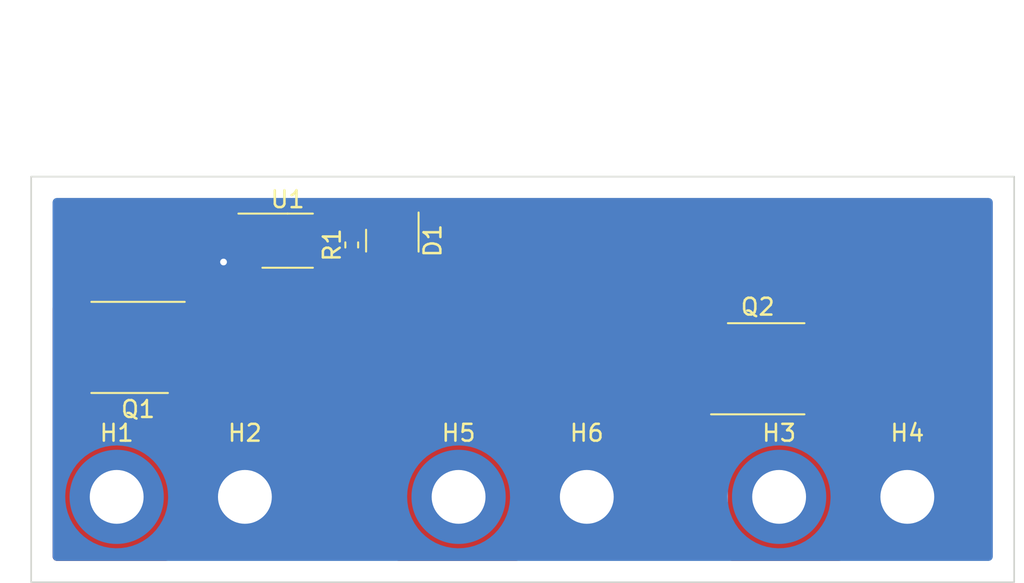
<source format=kicad_pcb>
(kicad_pcb (version 20211014) (generator pcbnew)
  (layers (0 "F.Cu" signal) (31 "B.Cu" signal) (34 "B.Paste" user) (35 "F.Paste" user) (36 "B.SilkS" user "B.Silkscreen") (37 "F.SilkS" user "F.Silkscreen") (38 "B.Mask" user) (39 "F.Mask" user) (44 "Edge.Cuts" user))
  (net 0 "")
  (net 1 "+BATT")
  (net 2 "+12V")
  (net 3 "Net-(D1-Pad3)")
  (net 4 "LOAD")
  (net 5 "Net-(Q1-Pad4)")
  (net 6 "Net-(Q2-Pad4)")
  (net 7 "GND")
  (footprint "Package_DFN_QFN:AO_DFN-8-1EP_5.55x5.2mm_P1.27mm_EP4.12x4.6mm" (layer "F.Cu") (at 73.66 96.52 180)
    (fp_text reference "Q1" (at 0 -3.68) (layer "F.SilkS"))
    (fp_text value "AON6411")
    (fp_line (start -2.775 2.71) (end 2.775 2.71) (layer "F.SilkS") (width 0.12))
    (fp_line (start -1.775 -2.71) (end 2.775 -2.71) (layer "F.SilkS") (width 0.12))
    (pad "1" smd rect (at -2.75 -1.905 90) (size 0.5 0.65) (layers "F.Cu" "F.Paste" "F.Mask") (net 4 "LOAD"))
    (pad "2" smd rect (at -2.75 -0.635 90) (size 0.5 0.65) (layers "F.Cu" "F.Paste" "F.Mask") (net 4 "LOAD"))
    (pad "3" smd rect (at -2.75 0.635 90) (size 0.5 0.65) (layers "F.Cu" "F.Paste" "F.Mask") (net 4 "LOAD"))
    (pad "4" smd rect (at -2.75 1.905 90) (size 0.5 0.65) (layers "F.Cu" "F.Paste" "F.Mask") (net 5 "Net-(Q1-Pad4)"))
    (pad "5" smd rect (at 2.8 1.905 90) (size 0.5 0.55) (layers "F.Cu" "F.Paste" "F.Mask") (net 2 "+12V"))
    (pad "5" smd rect (at 2.8 -1.905 90) (size 0.5 0.55) (layers "F.Cu" "F.Paste" "F.Mask") (net 2 "+12V"))
    (pad "5" smd rect (at 2.8 0.635 90) (size 0.5 0.55) (layers "F.Cu" "F.Paste" "F.Mask") (net 2 "+12V"))
    (pad "5" smd rect (at 0.465 0 90) (size 4.6 4.12) (layers "F.Cu" "F.Mask") (net 2 "+12V"))
    (pad "5" smd rect (at 2.8 -0.635 90) (size 0.5 0.55) (layers "F.Cu" "F.Paste" "F.Mask") (net 2 "+12V"))
  )
  (footprint "Package_DFN_QFN:AO_DFN-8-1EP_5.55x5.2mm_P1.27mm_EP4.12x4.6mm" (layer "F.Cu") (at 110.49 97.79)
    (fp_text reference "Q2" (at 0 -3.68) (layer "F.SilkS"))
    (fp_text value "AON6411")
    (fp_line (start -1.775 -2.71) (end 2.775 -2.71) (layer "F.SilkS") (width 0.12))
    (fp_line (start -2.775 2.71) (end 2.775 2.71) (layer "F.SilkS") (width 0.12))
    (pad "1" smd rect (at -2.75 -1.905 270) (size 0.5 0.65) (layers "F.Cu" "F.Paste" "F.Mask") (net 4 "LOAD"))
    (pad "2" smd rect (at -2.75 -0.635 270) (size 0.5 0.65) (layers "F.Cu" "F.Paste" "F.Mask") (net 4 "LOAD"))
    (pad "3" smd rect (at -2.75 0.635 270) (size 0.5 0.65) (layers "F.Cu" "F.Paste" "F.Mask") (net 4 "LOAD"))
    (pad "4" smd rect (at -2.75 1.905 270) (size 0.5 0.65) (layers "F.Cu" "F.Paste" "F.Mask") (net 6 "Net-(Q2-Pad4)"))
    (pad "5" smd rect (at 2.8 1.905 270) (size 0.5 0.55) (layers "F.Cu" "F.Paste" "F.Mask") (net 1 "+BATT"))
    (pad "5" smd rect (at 2.8 0.635 270) (size 0.5 0.55) (layers "F.Cu" "F.Paste" "F.Mask") (net 1 "+BATT"))
    (pad "5" smd rect (at 2.8 -1.905 270) (size 0.5 0.55) (layers "F.Cu" "F.Paste" "F.Mask") (net 1 "+BATT"))
    (pad "5" smd rect (at 0.465 0 270) (size 4.6 4.12) (layers "F.Cu" "F.Mask") (net 1 "+BATT"))
    (pad "5" smd rect (at 2.8 -0.635 270) (size 0.5 0.55) (layers "F.Cu" "F.Paste" "F.Mask") (net 1 "+BATT"))
  )
  (footprint "MountingHole:MountingHole_3.2mm_M3_DIN965_Pad" (layer "F.Cu") (at 92.71 105.41)
    (fp_text reference "H5" (at 0 -3.8) (layer "F.SilkS"))
    (fp_text value "MountingHole_Pad")
    (pad "1" thru_hole circle (at 0 0) (size 5.6 5.6) (drill 3.2) (layers *.Cu *.Mask) (net 4 "LOAD"))
  )
  (footprint "MountingHole:MountingHole_3.2mm_M3_DIN965_Pad" (layer "F.Cu") (at 80.01 105.41)
    (fp_text reference "H2" (at 0 -3.8) (layer "F.SilkS"))
    (fp_text value "MountingHole_Pad")
    (pad "1" thru_hole circle (at 0 0) (size 5.6 5.6) (drill 3.2) (layers *.Cu *.Mask) (net 7 "GND"))
  )
  (footprint "MountingHole:MountingHole_3.2mm_M3_DIN965_Pad" (layer "F.Cu") (at 111.76 105.41)
    (fp_text reference "H3" (at 0 -3.8) (layer "F.SilkS"))
    (fp_text value "MountingHole_Pad")
    (pad "1" thru_hole circle (at 0 0) (size 5.6 5.6) (drill 3.2) (layers *.Cu *.Mask) (net 1 "+BATT"))
  )
  (footprint "MountingHole:MountingHole_3.2mm_M3_DIN965_Pad" (layer "F.Cu") (at 119.38 105.41)
    (fp_text reference "H4" (at 0 -3.8) (layer "F.SilkS"))
    (fp_text value "MountingHole_Pad")
    (pad "1" thru_hole circle (at 0 0) (size 5.6 5.6) (drill 3.2) (layers *.Cu *.Mask) (net 7 "GND"))
  )
  (footprint "MountingHole:MountingHole_3.2mm_M3_DIN965_Pad" (layer "F.Cu") (at 72.39 105.41)
    (fp_text reference "H1" (at 0 -3.8) (layer "F.SilkS"))
    (fp_text value "MountingHole_Pad")
    (pad "1" thru_hole circle (at 0 0) (size 5.6 5.6) (drill 3.2) (layers *.Cu *.Mask) (net 2 "+12V"))
  )
  (footprint "Package_SO:MSOP-8_3x3mm_P0.65mm" (layer "F.Cu") (at 82.55 90.17)
    (fp_text reference "U1" (at 0 -2.45) (layer "F.SilkS"))
    (fp_text value "LTC4414")
    (fp_line (start 0 -1.61) (end -2.925 -1.61) (layer "F.SilkS") (width 0.12))
    (fp_line (start 0 1.61) (end 1.5 1.61) (layer "F.SilkS") (width 0.12))
    (fp_line (start 0 -1.61) (end 1.5 -1.61) (layer "F.SilkS") (width 0.12))
    (fp_line (start 0 1.61) (end -1.5 1.61) (layer "F.SilkS") (width 0.12))
    (pad "1" smd roundrect (at -2.1125 -0.975) (size 1.625 0.4) (layers "F.Cu" "F.Paste" "F.Mask") (net 5 "Net-(Q1-Pad4)"))
    (pad "2" smd roundrect (at -2.1125 -0.325) (size 1.625 0.4) (layers "F.Cu" "F.Paste" "F.Mask") (net 7 "GND"))
    (pad "3" smd roundrect (at -2.1125 0.325) (size 1.625 0.4) (layers "F.Cu" "F.Paste" "F.Mask") (net 7 "GND"))
    (pad "4" smd roundrect (at -2.1125 0.975) (size 1.625 0.4) (layers "F.Cu" "F.Paste" "F.Mask"))
    (pad "5" smd roundrect (at 2.1125 0.975) (size 1.625 0.4) (layers "F.Cu" "F.Paste" "F.Mask"))
    (pad "6" smd roundrect (at 2.1125 0.325) (size 1.625 0.4) (layers "F.Cu" "F.Paste" "F.Mask") (net 2 "+12V"))
    (pad "7" smd roundrect (at 2.1125 -0.325) (size 1.625 0.4) (layers "F.Cu" "F.Paste" "F.Mask") (net 3 "Net-(D1-Pad3)"))
    (pad "8" smd roundrect (at 2.1125 -0.975) (size 1.625 0.4) (layers "F.Cu" "F.Paste" "F.Mask") (net 6 "Net-(Q2-Pad4)"))
  )
  (footprint "Resistor_SMD:R_0402_1005Metric" (layer "F.Cu") (at 86.36 90.424 90)
    (fp_text reference "R1" (at 0 -1.17 90) (layer "F.SilkS"))
    (fp_text value "47K")
    (fp_line (start -0.153641 0.38) (end 0.153641 0.38) (layer "F.SilkS") (width 0.12))
    (fp_line (start -0.153641 -0.38) (end 0.153641 -0.38) (layer "F.SilkS") (width 0.12))
    (pad "1" smd roundrect (at -0.51 0 90) (size 0.54 0.64) (layers "F.Cu" "F.Paste" "F.Mask") (net 5 "Net-(Q1-Pad4)"))
    (pad "2" smd roundrect (at 0.51 0 90) (size 0.54 0.64) (layers "F.Cu" "F.Paste" "F.Mask") (net 3 "Net-(D1-Pad3)"))
  )
  (footprint "MountingHole:MountingHole_3.2mm_M3_DIN965_Pad" (layer "F.Cu") (at 100.33 105.41)
    (fp_text reference "H6" (at 0 -3.8) (layer "F.SilkS"))
    (fp_text value "MountingHole_Pad")
    (pad "1" thru_hole circle (at 0 0) (size 5.6 5.6) (drill 3.2) (layers *.Cu *.Mask) (net 7 "GND"))
  )
  (footprint "Package_TO_SOT_SMD:SOT-23" (layer "F.Cu") (at 88.773 90.17 -90)
    (fp_text reference "D1" (at 0 -2.4 90) (layer "F.SilkS"))
    (fp_text value "D_Dual_CommonCathode_AAK_Parallel")
    (fp_line (start 0 -1.56) (end 0.65 -1.56) (layer "F.SilkS") (width 0.12))
    (fp_line (start 0 -1.56) (end -1.675 -1.56) (layer "F.SilkS") (width 0.12))
    (fp_line (start 0 1.56) (end -0.65 1.56) (layer "F.SilkS") (width 0.12))
    (fp_line (start 0 1.56) (end 0.65 1.56) (layer "F.SilkS") (width 0.12))
    (pad "1" smd roundrect (at -0.9375 -0.95 270) (size 1.475 0.6) (layers "F.Cu" "F.Paste" "F.Mask") (net 1 "+BATT"))
    (pad "2" smd roundrect (at -0.9375 0.95 270) (size 1.475 0.6) (layers "F.Cu" "F.Paste" "F.Mask") (net 2 "+12V"))
    (pad "3" smd roundrect (at 0.9375 0 270) (size 1.475 0.6) (layers "F.Cu" "F.Paste" "F.Mask") (net 3 "Net-(D1-Pad3)"))
  )
  (gr_rect (start 67.31 86.36) (end 125.73 110.49) (layer "Edge.Cuts") (width 0.1) (fill none))
  (segment (start 110.955 95.24) (end 110.955 97.79) (width 0.25) (layer "F.Cu") (net 1))
  (segment (start 89.723 89.2325) (end 104.9475 89.2325) (width 0.25) (layer "F.Cu") (net 1))
  (segment (start 104.9475 89.2325) (end 110.955 95.24) (width 0.25) (layer "F.Cu") (net 1))
  (segment (start 83.637 90.495) (end 81.81248 88.67048) (width 0.25) (layer "F.Cu") (net 2))
  (segment (start 87.823 89.2325) (end 87.26098 88.67048) (width 0.25) (layer "F.Cu") (net 2))
  (segment (start 84.6625 90.495) (end 83.637 90.495) (width 0.25) (layer "F.Cu") (net 2))
  (segment (start 73.195 96.52) (end 73.195 93.97) (width 0.25) (layer "F.Cu") (net 2))
  (segment (start 78.49452 88.67048) (end 81.81248 88.67048) (width 0.25) (layer "F.Cu") (net 2))
  (segment (start 87.26098 88.67048) (end 81.81248 88.67048) (width 0.25) (layer "F.Cu") (net 2))
  (segment (start 73.195 93.97) (end 78.49452 88.67048) (width 0.25) (layer "F.Cu") (net 2))
  (segment (start 86.291 89.845) (end 86.36 89.914) (width 0.25) (layer "F.Cu") (net 3))
  (segment (start 88.773 91.1075) (end 87.5535 91.1075) (width 0.25) (layer "F.Cu") (net 3))
  (segment (start 87.5535 91.1075) (end 86.36 89.914) (width 0.25) (layer "F.Cu") (net 3))
  (segment (start 84.6625 89.845) (end 86.291 89.845) (width 0.25) (layer "F.Cu") (net 3))
  (segment (start 85.62448 91.66952) (end 83.674881 91.66952) (width 0.25) (layer "F.Cu") (net 5))
  (segment (start 83.674881 91.66952) (end 81.200361 89.195) (width 0.25) (layer "F.Cu") (net 5))
  (segment (start 78.605718 89.195) (end 80.4375 89.195) (width 0.25) (layer "F.Cu") (net 5))
  (segment (start 86.36 90.934) (end 85.62448 91.66952) (width 0.25) (layer "F.Cu") (net 5))
  (segment (start 76.41 94.615) (end 76.41 91.390718) (width 0.25) (layer "F.Cu") (net 5))
  (segment (start 76.41 91.390718) (end 78.605718 89.195) (width 0.25) (layer "F.Cu") (net 5))
  (segment (start 81.200361 89.195) (end 80.4375 89.195) (width 0.25) (layer "F.Cu") (net 5))
  (segment (start 87.476448 90.29452) (end 87.00452 89.822592) (width 0.25) (layer "F.Cu") (net 6))
  (segment (start 103.632 90.297) (end 89.371072 90.297) (width 0.25) (layer "F.Cu") (net 6))
  (segment (start 87.00452 89.54452) (end 86.655 89.195) (width 0.25) (layer "F.Cu") (net 6))
  (segment (start 87.00452 89.822592) (end 87.00452 89.54452) (width 0.25) (layer "F.Cu") (net 6))
  (segment (start 89.119552 90.04548) (end 88.426448 90.04548) (width 0.25) (layer "F.Cu") (net 6))
  (segment (start 89.371072 90.297) (end 89.119552 90.04548) (width 0.25) (layer "F.Cu") (net 6))
  (segment (start 88.177408 90.29452) (end 87.476448 90.29452) (width 0.25) (layer "F.Cu") (net 6))
  (segment (start 108.570489 95.235489) (end 103.632 90.297) (width 0.25) (layer "F.Cu") (net 6))
  (segment (start 86.655 89.195) (end 84.6625 89.195) (width 0.25) (layer "F.Cu") (net 6))
  (segment (start 107.74 99.695) (end 108.570489 98.864511) (width 0.25) (layer "F.Cu") (net 6))
  (segment (start 108.570489 98.864511) (end 108.570489 95.235489) (width 0.25) (layer "F.Cu") (net 6))
  (segment (start 88.426448 90.04548) (end 88.177408 90.29452) (width 0.25) (layer "F.Cu") (net 6))
  (segment (start 79.674639 90.495) (end 80.4375 90.495) (width 0.25) (layer "F.Cu") (net 7))
  (segment (start 78.74 91.429639) (end 79.674639 90.495) (width 0.25) (layer "F.Cu") (net 7))
  (segment (start 78.74 91.44) (end 78.74 91.429639) (width 0.25) (layer "F.Cu") (net 7))
  (segment (start 80.4375 89.845) (end 80.4375 90.495) (width 0.25) (layer "F.Cu") (net 7))
  (via (at 78.74 91.44) (size 0.8) (drill 0.4) (layers "F.Cu" "B.Cu") (net 7))
  (zone (net 2) (net_name "+12V") (layer "F.Cu") (connect_pads yes (clearance 0.254)) (min_thickness 0.254) (fill yes (thermal_gap 0.508) (thermal_bridge_width 0.508) (smoothing fillet) (radius 0.254))
    (polygon (pts (xy 75.565 109.22) (xy 68.58 109.22) (xy 68.58 93.98) (xy 75.565 93.98)))
  )
  (zone (net 1) (net_name "+BATT") (layer "F.Cu") (connect_pads yes (clearance 0.254)) (min_thickness 0.254) (fill yes (thermal_gap 0.508) (thermal_bridge_width 0.508) (smoothing fillet) (radius 0.254))
    (polygon (pts (xy 115.57 109.22) (xy 108.712 109.22) (xy 108.712 95.25) (xy 115.57 95.25)))
  )
  (zone (net 4) (net_name "LOAD") (layer "F.Cu") (connect_pads yes (clearance 0.254)) (min_thickness 0.254) (fill yes (thermal_gap 0.508) (thermal_bridge_width 0.508) (smoothing fillet) (radius 0.254))
    (polygon (pts (xy 108.458 101.473) (xy 96.393 101.473) (xy 96.393 109.22) (xy 88.9 109.22) (xy 88.9 101.473) (xy 75.819 101.473) (xy 75.819 93.98) (xy 108.458 93.98)))
  )
  (zone (net 7) (net_name "GND") (layer "B.Cu") (connect_pads yes (clearance 0.254)) (min_thickness 0.254) (fill yes (thermal_gap 0.508) (thermal_bridge_width 0.508) (smoothing fillet) (radius 0.254))
    (polygon (pts (xy 124.46 109.22) (xy 68.58 109.22) (xy 68.58 87.63) (xy 124.46 87.63)))
  )
)
</source>
